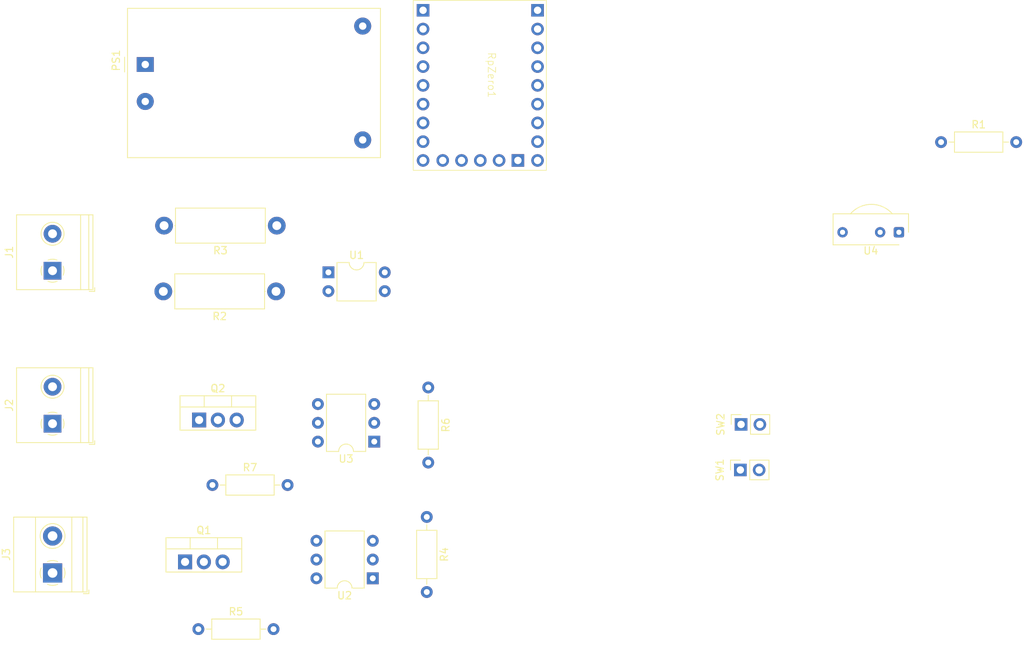
<source format=kicad_pcb>
(kicad_pcb (version 20221018) (generator pcbnew)
  (layers (0 "F.Cu" signal) (31 "B.Cu" signal) (34 "B.Paste" user) (35 "F.Paste" user) (36 "B.SilkS" user "B.Silkscreen") (37 "F.SilkS" user "F.Silkscreen") (38 "B.Mask" user) (39 "F.Mask" user) (44 "Edge.Cuts" user))
  (net 0 "")
  (net 1 "Net-(J1-Pin_1)")
  (net 2 "Net-(J1-Pin_2)")
  (net 3 "Net-(J2-Pin_1)")
  (net 4 "Net-(J3-Pin_1)")
  (net 5 "GND")
  (net 6 "Net-(PS1-+Vout)")
  (net 7 "Net-(Q1-G)")
  (net 8 "Net-(Q2-G)")
  (net 9 "/ADC0")
  (net 10 "+3.3V")
  (net 11 "Net-(R2-Pad1)")
  (net 12 "Net-(R3-Pad1)")
  (net 13 "Net-(RpZero1-0)")
  (net 14 "Net-(R4-Pad2)")
  (net 15 "Net-(R5-Pad2)")
  (net 16 "/Disco pin (binary)")
  (net 17 "Net-(R6-Pad2)")
  (net 18 "Net-(R7-Pad2)")
  (net 19 "Net-(RpZero1-3V3)")
  (net 29 "Net-(RpZero1-8)")
  (net 30 "Net-(RpZero1-7)")
  (net 40 "Net-(RpZero1-6)")
  (footprint "TerminalBlock_Philmore:TerminalBlock_Philmore_TB132_1x02_P5.00mm_Horizontal" (layer "F.Cu") (at 95.4 77.3 90)
    (fp_text reference "J1" (at 2.5 -5.86 90) (layer "F.SilkS"))
    (fp_text value "220V")
    (fp_line (start -2.8 4.96) (end -2.8 5.7) (stroke (width 0.12)) (layer "F.SilkS"))
    (fp_line (start -2.8 5.7) (end -2.3 5.7) (stroke (width 0.12)) (layer "F.SilkS"))
    (fp_line (start -2.56 -4.86) (end -2.56 5.46) (stroke (width 0.12)) (layer "F.SilkS"))
    (fp_line (start -2.56 -4.86) (end 7.56 -4.86) (stroke (width 0.12)) (layer "F.SilkS"))
    (fp_line (start -2.56 3.8) (end 7.56 3.8) (stroke (width 0.12)) (layer "F.SilkS"))
    (fp_line (start -2.56 4.9) (end 7.56 4.9) (stroke (width 0.12)) (layer "F.SilkS"))
    (fp_line (start -2.56 5.46) (end 7.56 5.46) (stroke (width 0.12)) (layer "F.SilkS"))
    (fp_line (start 7.56 -4.86) (end 7.56 5.46) (stroke (width 0.12)) (layer "F.SilkS"))
    (fp_arc (start -1.432109 0.607742) (mid -1.555727 -0.00014) (end -1.432 -0.608) (stroke (width 0.12)) (layer "F.SilkS"))
    (fp_arc (start -0.607742 -1.432109) (mid 0.00014 -1.555727) (end 0.608 -1.432) (stroke (width 0.12)) (layer "F.SilkS"))
    (fp_arc (start 0.027011 1.555493) (mid -0.296984 1.527118) (end -0.608 1.432) (stroke (width 0.12)) (layer "F.SilkS"))
    (fp_arc (start 0.607587 1.431385) (mid 0.310017 1.523783) (end 0 1.555) (stroke (width 0.12)) (layer "F.SilkS"))
    (fp_arc (start 1.432109 -0.607742) (mid 1.555727 0.00014) (end 1.432 0.608) (stroke (width 0.12)) (layer "F.SilkS"))
    (fp_circle (center 5 0) (end 6.555 0) (stroke (width 0.12)) (fill none) (layer "F.SilkS"))
    (pad "1" thru_hole rect (at 0 0 90) (size 2.4 2.4) (drill 1.2) (layers "*.Cu" "*.Mask") (net 1 "Net-(J1-Pin_1)"))
    (pad "2" thru_hole circle (at 5 0 90) (size 2.4 2.4) (drill 1.2) (layers "*.Cu" "*.Mask") (net 2 "Net-(J1-Pin_2)"))
  )
  (footprint "Package_DIP:DIP-6_W7.62mm" (layer "F.Cu") (at 138.7 118.925 180)
    (fp_text reference "U2" (at 3.81 -2.33) (layer "F.SilkS"))
    (fp_text value "MOC3021")
    (fp_line (start 1.16 -1.33) (end 1.16 6.41) (stroke (width 0.12)) (layer "F.SilkS"))
    (fp_line (start 1.16 6.41) (end 6.46 6.41) (stroke (width 0.12)) (layer "F.SilkS"))
    (fp_line (start 2.81 -1.33) (end 1.16 -1.33) (stroke (width 0.12)) (layer "F.SilkS"))
    (fp_line (start 6.46 -1.33) (end 4.81 -1.33) (stroke (width 0.12)) (layer "F.SilkS"))
    (fp_line (start 6.46 6.41) (end 6.46 -1.33) (stroke (width 0.12)) (layer "F.SilkS"))
    (fp_arc (start 4.81 -1.33) (mid 3.81 -0.33) (end 2.81 -1.33) (stroke (width 0.12)) (layer "F.SilkS"))
    (pad "1" thru_hole rect (at 0 0 180) (size 1.6 1.6) (drill 0.8) (layers "*.Cu" "*.Mask") (net 14 "Net-(R4-Pad2)"))
    (pad "2" thru_hole oval (at 0 2.54 180) (size 1.6 1.6) (drill 0.8) (layers "*.Cu" "*.Mask") (net 5 "GND"))
    (pad "3" thru_hole oval (at 0 5.08 180) (size 1.6 1.6) (drill 0.8) (layers "*.Cu" "*.Mask"))
    (pad "4" thru_hole oval (at 7.62 5.08 180) (size 1.6 1.6) (drill 0.8) (layers "*.Cu" "*.Mask") (net 7 "Net-(Q1-G)"))
    (pad "5" thru_hole oval (at 7.62 2.54 180) (size 1.6 1.6) (drill 0.8) (layers "*.Cu" "*.Mask"))
    (pad "6" thru_hole oval (at 7.62 0 180) (size 1.6 1.6) (drill 0.8) (layers "*.Cu" "*.Mask") (net 15 "Net-(R5-Pad2)"))
  )
  (footprint "Resistor_THT:R_Axial_DIN0414_L11.9mm_D4.5mm_P15.24mm_Horizontal" (layer "F.Cu") (at 125.72 71.2 180)
    (fp_text reference "R3" (at 7.62 -3.37) (layer "F.SilkS"))
    (fp_text value "51k")
    (fp_line (start 1.44 0) (end 1.55 0) (stroke (width 0.12)) (layer "F.SilkS"))
    (fp_line (start 1.55 -2.37) (end 1.55 2.37) (stroke (width 0.12)) (layer "F.SilkS"))
    (fp_line (start 1.55 2.37) (end 13.69 2.37) (stroke (width 0.12)) (layer "F.SilkS"))
    (fp_line (start 13.69 -2.37) (end 1.55 -2.37) (stroke (width 0.12)) (layer "F.SilkS"))
    (fp_line (start 13.69 2.37) (end 13.69 -2.37) (stroke (width 0.12)) (layer "F.SilkS"))
    (fp_line (start 13.8 0) (end 13.69 0) (stroke (width 0.12)) (layer "F.SilkS"))
    (pad "1" thru_hole circle (at 0 0 180) (size 2.4 2.4) (drill 1.2) (layers "*.Cu" "*.Mask") (net 12 "Net-(R3-Pad1)"))
    (pad "2" thru_hole oval (at 15.24 0 180) (size 2.4 2.4) (drill 1.2) (layers "*.Cu" "*.Mask") (net 2 "Net-(J1-Pin_2)"))
  )
  (footprint "Resistor_THT:R_Axial_DIN0207_L6.3mm_D2.5mm_P10.16mm_Horizontal" (layer "F.Cu") (at 117.02 106.3)
    (fp_text reference "R7" (at 5.08 -2.37) (layer "F.SilkS"))
    (fp_text value "1k")
    (fp_line (start 1.04 0) (end 1.81 0) (stroke (width 0.12)) (layer "F.SilkS"))
    (fp_line (start 1.81 -1.37) (end 1.81 1.37) (stroke (width 0.12)) (layer "F.SilkS"))
    (fp_line (start 1.81 1.37) (end 8.35 1.37) (stroke (width 0.12)) (layer "F.SilkS"))
    (fp_line (start 8.35 -1.37) (end 1.81 -1.37) (stroke (width 0.12)) (layer "F.SilkS"))
    (fp_line (start 8.35 1.37) (end 8.35 -1.37) (stroke (width 0.12)) (layer "F.SilkS"))
    (fp_line (start 9.12 0) (end 8.35 0) (stroke (width 0.12)) (layer "F.SilkS"))
    (pad "1" thru_hole circle (at 0 0) (size 1.6 1.6) (drill 0.8) (layers "*.Cu" "*.Mask") (net 2 "Net-(J1-Pin_2)"))
    (pad "2" thru_hole oval (at 10.16 0) (size 1.6 1.6) (drill 0.8) (layers "*.Cu" "*.Mask") (net 18 "Net-(R7-Pad2)"))
  )
  (footprint "Resistor_THT:R_Axial_DIN0207_L6.3mm_D2.5mm_P10.16mm_Horizontal" (layer "F.Cu") (at 115.12 125.8)
    (fp_text reference "R5" (at 5.08 -2.37) (layer "F.SilkS"))
    (fp_text value "1k")
    (fp_line (start 1.04 0) (end 1.81 0) (stroke (width 0.12)) (layer "F.SilkS"))
    (fp_line (start 1.81 -1.37) (end 1.81 1.37) (stroke (width 0.12)) (layer "F.SilkS"))
    (fp_line (start 1.81 1.37) (end 8.35 1.37) (stroke (width 0.12)) (layer "F.SilkS"))
    (fp_line (start 8.35 -1.37) (end 1.81 -1.37) (stroke (width 0.12)) (layer "F.SilkS"))
    (fp_line (start 8.35 1.37) (end 8.35 -1.37) (stroke (width 0.12)) (layer "F.SilkS"))
    (fp_line (start 9.12 0) (end 8.35 0) (stroke (width 0.12)) (layer "F.SilkS"))
    (pad "1" thru_hole circle (at 0 0) (size 1.6 1.6) (drill 0.8) (layers "*.Cu" "*.Mask") (net 2 "Net-(J1-Pin_2)"))
    (pad "2" thru_hole oval (at 10.16 0) (size 1.6 1.6) (drill 0.8) (layers "*.Cu" "*.Mask") (net 15 "Net-(R5-Pad2)"))
  )
  (footprint "kicad_library:RP-2040-FP" (layer "F.Cu") (at 152.87 52.32 -90)
    (fp_text reference "RpZero1" (at -1.5 -1.9 -90 unlocked) (layer "F.SilkS") (effects (font (thickness 0.1))))
    (fp_text value "~")
    (fp_rect (start 11.4 8.7) (end -11.6 -9.3) (stroke (width 0.1)) (fill none) (layer "F.SilkS"))
    (pad "1" thru_hole rect (at -10.26 7.37) (size 1.7 1.7) (drill 1) (layers "*.Cu" "*.Mask") (net 6 "Net-(PS1-+Vout)"))
    (pad "2" thru_hole oval (at -7.72 7.37) (size 1.7 1.7) (drill 1) (layers "*.Cu" "*.Mask") (net 5 "GND"))
    (pad "3" thru_hole oval (at -5.18 7.37) (size 1.7 1.7) (drill 1) (layers "*.Cu" "*.Mask") (net 19 "Net-(RpZero1-3V3)"))
    (pad "4" thru_hole oval (at -2.64 7.37) (size 1.7 1.7) (drill 1) (layers "*.Cu" "*.Mask"))
    (pad "5" thru_hole oval (at -0.1 7.37) (size 1.7 1.7) (drill 1) (layers "*.Cu" "*.Mask"))
    (pad "6" thru_hole oval (at 2.44 7.37) (size 1.7 1.7) (drill 1) (layers "*.Cu" "*.Mask"))
    (pad "7" thru_hole oval (at 4.98 7.37) (size 1.7 1.7) (drill 1) (layers "*.Cu" "*.Mask") (net 9 "/ADC0"))
    (pad "8" thru_hole oval (at 7.52 7.37) (size 1.7 1.7) (drill 1) (layers "*.Cu" "*.Mask"))
    (pad "9" thru_hole oval (at 10.06 7.37) (size 1.7 1.7) (drill 1) (layers "*.Cu" "*.Mask"))
    (pad "10" thru_hole oval (at 10.06 4.71 270) (size 1.7 1.7) (drill 1) (layers "*.Cu" "*.Mask"))
    (pad "11" thru_hole oval (at 10.06 2.17 270) (size 1.7 1.7) (drill 1) (layers "*.Cu" "*.Mask"))
    (pad "12" thru_hole oval (at 10.06 -0.37 270) (size 1.7 1.7) (drill 1) (layers "*.Cu" "*.Mask"))
    (pad "13" thru_hole oval (at 10.06 -2.91 270) (size 1.7 1.7) (drill 1) (layers "*.Cu" "*.Mask"))
    (pad "14" thru_hole rect (at 10.06 -5.45 270) (size 1.7 1.7) (drill 1) (layers "*.Cu" "*.Mask"))
    (pad "15" thru_hole oval (at 10.06 -8.11) (size 1.7 1.7) (drill 1) (layers "*.Cu" "*.Mask") (net 29 "Net-(RpZero1-8)"))
    (pad "16" thru_hole oval (at 7.52 -8.11) (size 1.7 1.7) (drill 1) (layers "*.Cu" "*.Mask") (net 30 "Net-(RpZero1-7)"))
    (pad "17" thru_hole oval (at 4.98 -8.11) (size 1.7 1.7) (drill 1) (layers "*.Cu" "*.Mask") (net 40 "Net-(RpZero1-6)"))
    (pad "18" thru_hole oval (at 2.44 -8.11) (size 1.7 1.7) (drill 1) (layers "*.Cu" "*.Mask"))
    (pad "19" thru_hole oval (at -0.1 -8.11) (size 1.7 1.7) (drill 1) (layers "*.Cu" "*.Mask"))
    (pad "20" thru_hole oval (at -2.64 -8.11) (size 1.7 1.7) (drill 1) (layers "*.Cu" "*.Mask"))
    (pad "21" thru_hole oval (at -5.18 -8.11) (size 1.7 1.7) (drill 1) (layers "*.Cu" "*.Mask"))
    (pad "22" thru_hole oval (at -7.72 -8.11) (size 1.7 1.7) (drill 1) (layers "*.Cu" "*.Mask") (net 16 "/Disco pin (binary)"))
    (pad "23" thru_hole rect (at -10.26 -8.11) (size 1.7 1.7) (drill 1) (layers "*.Cu" "*.Mask") (net 13 "Net-(RpZero1-0)"))
  )
  (footprint "Connector_PinSocket_2.54mm:PinSocket_1x02_P2.54mm_Vertical" (layer "F.Cu") (at 188.5 98.1 90)
    (fp_text reference "SW2" (at 0 -2.77 90) (layer "F.SilkS"))
    (fp_text value "Edison")
    (fp_line (start -1.33 1.27) (end -1.33 3.87) (stroke (width 0.12)) (layer "F.SilkS"))
    (fp_line (start -1.33 1.27) (end 1.33 1.27) (stroke (width 0.12)) (layer "F.SilkS"))
    (fp_line (start -1.33 3.87) (end 1.33 3.87) (stroke (width 0.12)) (layer "F.SilkS"))
    (fp_line (start 0 -1.33) (end 1.33 -1.33) (stroke (width 0.12)) (layer "F.SilkS"))
    (fp_line (start 1.33 -1.33) (end 1.33 0) (stroke (width 0.12)) (layer "F.SilkS"))
    (fp_line (start 1.33 1.27) (end 1.33 3.87) (stroke (width 0.12)) (layer "F.SilkS"))
    (pad "1" thru_hole rect (at 0 0 90) (size 1.7 1.7) (drill 1) (layers "*.Cu" "*.Mask") (net 29 "Net-(RpZero1-8)"))
    (pad "2" thru_hole oval (at 0 2.54 90) (size 1.7 1.7) (drill 1) (layers "*.Cu" "*.Mask") (net 5 "GND"))
  )
  (footprint "Package_TO_SOT_THT:TO-220-3_Vertical" (layer "F.Cu") (at 113.32 116.7)
    (fp_text reference "Q1" (at 2.54 -4.27) (layer "F.SilkS"))
    (fp_text value "BTA16")
    (fp_line (start -2.58 -3.27) (end -2.58 1.371) (stroke (width 0.12)) (layer "F.SilkS"))
    (fp_line (start -2.58 -3.27) (end 7.66 -3.27) (stroke (width 0.12)) (layer "F.SilkS"))
    (fp_line (start -2.58 -1.76) (end 7.66 -1.76) (stroke (width 0.12)) (layer "F.SilkS"))
    (fp_line (start -2.58 1.371) (end 7.66 1.371) (stroke (width 0.12)) (layer "F.SilkS"))
    (fp_line (start 0.69 -3.27) (end 0.69 -1.76) (stroke (width 0.12)) (layer "F.SilkS"))
    (fp_line (start 4.391 -3.27) (end 4.391 -1.76) (stroke (width 0.12)) (layer "F.SilkS"))
    (fp_line (start 7.66 -3.27) (end 7.66 1.371) (stroke (width 0.12)) (layer "F.SilkS"))
    (pad "1" thru_hole rect (at 0 0) (size 1.905 2) (drill 1.1) (layers "*.Cu" "*.Mask") (net 4 "Net-(J3-Pin_1)"))
    (pad "2" thru_hole oval (at 2.54 0) (size 1.905 2) (drill 1.1) (layers "*.Cu" "*.Mask") (net 2 "Net-(J1-Pin_2)"))
    (pad "3" thru_hole oval (at 5.08 0) (size 1.905 2) (drill 1.1) (layers "*.Cu" "*.Mask") (net 7 "Net-(Q1-G)"))
  )
  (footprint "Resistor_THT:R_Axial_DIN0207_L6.3mm_D2.5mm_P10.16mm_Horizontal" (layer "F.Cu") (at 146.2 93.1 -90)
    (fp_text reference "R6" (at 5.08 -2.37 90) (layer "F.SilkS"))
    (fp_text value "220")
    (fp_line (start 1.04 0) (end 1.81 0) (stroke (width 0.12)) (layer "F.SilkS"))
    (fp_line (start 1.81 -1.37) (end 1.81 1.37) (stroke (width 0.12)) (layer "F.SilkS"))
    (fp_line (start 1.81 1.37) (end 8.35 1.37) (stroke (width 0.12)) (layer "F.SilkS"))
    (fp_line (start 8.35 -1.37) (end 1.81 -1.37) (stroke (width 0.12)) (layer "F.SilkS"))
    (fp_line (start 8.35 1.37) (end 8.35 -1.37) (stroke (width 0.12)) (layer "F.SilkS"))
    (fp_line (start 9.12 0) (end 8.35 0) (stroke (width 0.12)) (layer "F.SilkS"))
    (pad "1" thru_hole circle (at 0 0 270) (size 1.6 1.6) (drill 0.8) (layers "*.Cu" "*.Mask") (net 16 "/Disco pin (binary)"))
    (pad "2" thru_hole oval (at 10.16 0 270) (size 1.6 1.6) (drill 0.8) (layers "*.Cu" "*.Mask") (net 17 "Net-(R6-Pad2)"))
  )
  (footprint "Package_DIP:DIP-4_W7.62mm" (layer "F.Cu") (at 132.7 77.525)
    (fp_text reference "U1" (at 3.81 -2.33) (layer "F.SilkS"))
    (fp_text value "EL814")
    (fp_line (start 1.16 -1.33) (end 1.16 3.87) (stroke (width 0.12)) (layer "F.SilkS"))
    (fp_line (start 1.16 3.87) (end 6.46 3.87) (stroke (width 0.12)) (layer "F.SilkS"))
    (fp_line (start 2.81 -1.33) (end 1.16 -1.33) (stroke (width 0.12)) (layer "F.SilkS"))
    (fp_line (start 6.46 -1.33) (end 4.81 -1.33) (stroke (width 0.12)) (layer "F.SilkS"))
    (fp_line (start 6.46 3.87) (end 6.46 -1.33) (stroke (width 0.12)) (layer "F.SilkS"))
    (fp_arc (start 4.81 -1.33) (mid 3.81 -0.33) (end 2.81 -1.33) (stroke (width 0.12)) (layer "F.SilkS"))
    (pad "1" thru_hole rect (at 0 0) (size 1.6 1.6) (drill 0.8) (layers "*.Cu" "*.Mask") (net 12 "Net-(R3-Pad1)"))
    (pad "2" thru_hole oval (at 0 2.54) (size 1.6 1.6) (drill 0.8) (layers "*.Cu" "*.Mask") (net 11 "Net-(R2-Pad1)"))
    (pad "3" thru_hole oval (at 7.62 2.54) (size 1.6 1.6) (drill 0.8) (layers "*.Cu" "*.Mask") (net 5 "GND"))
    (pad "4" thru_hole oval (at 7.62 0) (size 1.6 1.6) (drill 0.8) (layers "*.Cu" "*.Mask") (net 9 "/ADC0"))
  )
  (footprint "TerminalBlock_Phoenix:TerminalBlock_Phoenix_MKDS-1,5-2_1x02_P5.00mm_Horizontal" (layer "F.Cu") (at 95.405 118.2 90)
    (fp_text reference "J3" (at 2.5 -6.26 90) (layer "F.SilkS"))
    (fp_text value "Edison lamp")
    (fp_line (start -2.8 4.16) (end -2.8 4.9) (stroke (width 0.12)) (layer "F.SilkS"))
    (fp_line (start -2.8 4.9) (end -2.3 4.9) (stroke (width 0.12)) (layer "F.SilkS"))
    (fp_line (start -2.56 -5.261) (end -2.56 4.66) (stroke (width 0.12)) (layer "F.SilkS"))
    (fp_line (start -2.56 -5.261) (end 7.56 -5.261) (stroke (width 0.12)) (layer "F.SilkS"))
    (fp_line (start -2.56 -2.301) (end 7.56 -2.301) (stroke (width 0.12)) (layer "F.SilkS"))
    (fp_line (start -2.56 2.6) (end 7.56 2.6) (stroke (width 0.12)) (layer "F.SilkS"))
    (fp_line (start -2.56 4.1) (end 7.56 4.1) (stroke (width 0.12)) (layer "F.SilkS"))
    (fp_line (start -2.56 4.66) (end 7.56 4.66) (stroke (width 0.12)) (layer "F.SilkS"))
    (fp_line (start 3.773 1.023) (end 3.726 1.069) (stroke (width 0.12)) (layer "F.SilkS"))
    (fp_line (start 3.966 1.239) (end 3.931 1.274) (stroke (width 0.12)) (layer "F.SilkS"))
    (fp_line (start 6.07 -1.275) (end 6.035 -1.239) (stroke (width 0.12)) (layer "F.SilkS"))
    (fp_line (start 6.275 -1.069) (end 6.228 -1.023) (stroke (width 0.12)) (layer "F.SilkS"))
    (fp_line (start 7.56 -5.261) (end 7.56 4.66) (stroke (width 0.12)) (layer "F.SilkS"))
    (fp_arc (start -1.535427 0.683042) (mid -1.680501 -0.000524) (end -1.535 -0.684) (stroke (width 0.12)) (layer "F.SilkS"))
    (fp_arc (start -0.683042 -1.535427) (mid 0.000524 -1.680501) (end 0.684 -1.535) (stroke (width 0.12)) (layer "F.SilkS"))
    (fp_arc (start 0.028805 1.680253) (mid -0.335551 1.646659) (end -0.684 1.535) (stroke (width 0.12)) (layer "F.SilkS"))
    (fp_arc (start 0.683318 1.534756) (mid 0.349292 1.643288) (end 0 1.68) (stroke (width 0.12)) (layer "F.SilkS"))
    (fp_arc (start 1.535427 -0.683042) (mid 1.680501 0.000524) (end 1.535 0.684) (stroke (width 0.12)) (layer "F.SilkS"))
    (fp_circle (center 5 0) (end 6.68 0) (stroke (width 0.12)) (fill none) (layer "F.SilkS"))
    (pad "1" thru_hole rect (at 0 0 90) (size 2.6 2.6) (drill 1.3) (layers "*.Cu" "*.Mask") (net 4 "Net-(J3-Pin_1)"))
    (pad "2" thru_hole circle (at 5 0 90) (size 2.6 2.6) (drill 1.3) (layers "*.Cu" "*.Mask") (net 1 "Net-(J1-Pin_1)"))
  )
  (footprint "Resistor_THT:R_Axial_DIN0414_L11.9mm_D4.5mm_P15.24mm_Horizontal" (layer "F.Cu") (at 125.62 80.1 180)
    (fp_text reference "R2" (at 7.62 -3.37) (layer "F.SilkS"))
    (fp_text value "51k")
    (fp_line (start 1.44 0) (end 1.55 0) (stroke (width 0.12)) (layer "F.SilkS"))
    (fp_line (start 1.55 -2.37) (end 1.55 2.37) (stroke (width 0.12)) (layer "F.SilkS"))
    (fp_line (start 1.55 2.37) (end 13.69 2.37) (stroke (width 0.12)) (layer "F.SilkS"))
    (fp_line (start 13.69 -2.37) (end 1.55 -2.37) (stroke (width 0.12)) (layer "F.SilkS"))
    (fp_line (start 13.69 2.37) (end 13.69 -2.37) (stroke (width 0.12)) (layer "F.SilkS"))
    (fp_line (start 13.8 0) (end 13.69 0) (stroke (width 0.12)) (layer "F.SilkS"))
    (pad "1" thru_hole circle (at 0 0 180) (size 2.4 2.4) (drill 1.2) (layers "*.Cu" "*.Mask") (net 11 "Net-(R2-Pad1)"))
    (pad "2" thru_hole oval (at 15.24 0 180) (size 2.4 2.4) (drill 1.2) (layers "*.Cu" "*.Mask") (net 1 "Net-(J1-Pin_1)"))
  )
  (footprint "Package_TO_SOT_THT:TO-220-3_Vertical" (layer "F.Cu") (at 115.22 97.5)
    (fp_text reference "Q2" (at 2.54 -4.27) (layer "F.SilkS"))
    (fp_text value "BTA16")
    (fp_line (start -2.58 -3.27) (end -2.58 1.371) (stroke (width 0.12)) (layer "F.SilkS"))
    (fp_line (start -2.58 -3.27) (end 7.66 -3.27) (stroke (width 0.12)) (layer "F.SilkS"))
    (fp_line (start -2.58 -1.76) (end 7.66 -1.76) (stroke (width 0.12)) (layer "F.SilkS"))
    (fp_line (start -2.58 1.371) (end 7.66 1.371) (stroke (width 0.12)) (layer "F.SilkS"))
    (fp_line (start 0.69 -3.27) (end 0.69 -1.76) (stroke (width 0.12)) (layer "F.SilkS"))
    (fp_line (start 4.391 -3.27) (end 4.391 -1.76) (stroke (width 0.12)) (layer "F.SilkS"))
    (fp_line (start 7.66 -3.27) (end 7.66 1.371) (stroke (width 0.12)) (layer "F.SilkS"))
    (pad "1" thru_hole rect (at 0 0) (size 1.905 2) (drill 1.1) (layers "*.Cu" "*.Mask") (net 3 "Net-(J2-Pin_1)"))
    (pad "2" thru_hole oval (at 2.54 0) (size 1.905 2) (drill 1.1) (layers "*.Cu" "*.Mask") (net 2 "Net-(J1-Pin_2)"))
    (pad "3" thru_hole oval (at 5.08 0) (size 1.905 2) (drill 1.1) (layers "*.Cu" "*.Mask") (net 8 "Net-(Q2-G)"))
  )
  (footprint "Resistor_THT:R_Axial_DIN0207_L6.3mm_D2.5mm_P10.16mm_Horizontal" (layer "F.Cu") (at 215.54 59.9)
    (fp_text reference "R1" (at 5.08 -2.37) (layer "F.SilkS"))
    (fp_text value "10k")
    (fp_line (start 1.04 0) (end 1.81 0) (stroke (width 0.12)) (layer "F.SilkS"))
    (fp_line (start 1.81 -1.37) (end 1.81 1.37) (stroke (width 0.12)) (layer "F.SilkS"))
    (fp_line (start 1.81 1.37) (end 8.35 1.37) (stroke (width 0.12)) (layer "F.SilkS"))
    (fp_line (start 8.35 -1.37) (end 1.81 -1.37) (stroke (width 0.12)) (layer "F.SilkS"))
    (fp_line (start 8.35 1.37) (end 8.35 -1.37) (stroke (width 0.12)) (layer "F.SilkS"))
    (fp_line (start 9.12 0) (end 8.35 0) (stroke (width 0.12)) (layer "F.SilkS"))
    (pad "1" thru_hole circle (at 0 0) (size 1.6 1.6) (drill 0.8) (layers "*.Cu" "*.Mask") (net 9 "/ADC0"))
    (pad "2" thru_hole oval (at 10.16 0) (size 1.6 1.6) (drill 0.8) (layers "*.Cu" "*.Mask") (net 10 "+3.3V"))
  )
  (footprint "OptoDevice:Vishay_CAST-3Pin" (layer "F.Cu") (at 209.84 72.1 180)
    (fp_text reference "U4" (at 3.8 -2.5) (layer "F.SilkS"))
    (fp_text value "TSOP31238")
    (fp_line (start -1.3 0) (end -1.3 2.5) (stroke (width 0.12)) (layer "F.SilkS"))
    (fp_line (start -1.3 2.5) (end 0.9 2.5) (stroke (width 0.12)) (layer "F.SilkS"))
    (fp_line (start 0.9 2.5) (end 6.6 2.5) (stroke (width 0.12)) (layer "F.SilkS"))
    (fp_line (start 6.5 2.5) (end 8.9 2.5) (stroke (width 0.12)) (layer "F.SilkS"))
    (fp_line (start 8.9 -1.7) (end 0 -1.7) (stroke (width 0.12)) (layer "F.SilkS"))
    (fp_line (start 8.9 2.5) (end 8.9 -1.7) (stroke (width 0.12)) (layer "F.SilkS"))
    (fp_arc (start 6.55 2.5) (mid 3.722825 3.776095) (end 0.893744 2.504232) (stroke (width 0.12)) (layer "F.SilkS"))
    (pad "1" thru_hole roundrect (at 0 0 180) (size 1.4 1.4) (drill 0.7) (layers "*.Cu" "*.Mask") (roundrect_rratio 0.178) (net 5 "GND"))
    (pad "2" thru_hole circle (at 2.54 0 180) (size 1.4 1.4) (drill 0.7) (layers "*.Cu" "*.Mask") (net 10 "+3.3V"))
    (pad "3" thru_hole circle (at 7.62 0 180) (size 1.4 1.4) (drill 0.7) (layers "*.Cu" "*.Mask") (net 40 "Net-(RpZero1-6)"))
  )
  (footprint "Converter_ACDC:Converter_ACDC_HiLink_HLK-PMxx" (layer "F.Cu") (at 107.9375 49.4)
    (fp_text reference "PS1" (at -3.94 -0.55 90) (layer "F.SilkS"))
    (fp_text value "HLK-PM01")
    (fp_line (start -2.79 -1) (end -2.79 1.01) (stroke (width 0.12)) (layer "F.SilkS"))
    (fp_line (start -2.4 -7.6) (end -2.4 12.6) (stroke (width 0.12)) (layer "F.SilkS"))
    (fp_line (start -2.4 12.6) (end 31.8 12.6) (stroke (width 0.12)) (layer "F.SilkS"))
    (fp_line (start 31.8 -7.6) (end -2.4 -7.6) (stroke (width 0.12)) (layer "F.SilkS"))
    (fp_line (start 31.8 12.6) (end 31.8 -7.6) (stroke (width 0.12)) (layer "F.SilkS"))
    (pad "1" thru_hole rect (at 0 0) (size 2.3 2) (drill 1) (layers "*.Cu" "*.Mask") (net 2 "Net-(J1-Pin_2)"))
    (pad "2" thru_hole circle (at 0 5) (size 2.3 2.3) (drill 1) (layers "*.Cu" "*.Mask") (net 1 "Net-(J1-Pin_1)"))
    (pad "3" thru_hole circle (at 29.4 -5.2) (size 2.3 2.3) (drill 1) (layers "*.Cu" "*.Mask") (net 5 "GND"))
    (pad "4" thru_hole circle (at 29.4 10.2) (size 2.3 2.3) (drill 1) (layers "*.Cu" "*.Mask") (net 6 "Net-(PS1-+Vout)"))
  )
  (footprint "Connector_PinSocket_2.54mm:PinSocket_1x02_P2.54mm_Vertical" (layer "F.Cu") (at 188.4 104.26 90)
    (fp_text reference "SW1" (at 0 -2.77 90) (layer "F.SilkS"))
    (fp_text value "Disco")
    (fp_line (start -1.33 1.27) (end -1.33 3.87) (stroke (width 0.12)) (layer "F.SilkS"))
    (fp_line (start -1.33 1.27) (end 1.33 1.27) (stroke (width 0.12)) (layer "F.SilkS"))
    (fp_line (start -1.33 3.87) (end 1.33 3.87) (stroke (width 0.12)) (layer "F.SilkS"))
    (fp_line (start 0 -1.33) (end 1.33 -1.33) (stroke (width 0.12)) (layer "F.SilkS"))
    (fp_line (start 1.33 -1.33) (end 1.33 0) (stroke (width 0.12)) (layer "F.SilkS"))
    (fp_line (start 1.33 1.27) (end 1.33 3.87) (stroke (width 0.12)) (layer "F.SilkS"))
    (pad "1" thru_hole rect (at 0 0 90) (size 1.7 1.7) (drill 1) (layers "*.Cu" "*.Mask") (net 30 "Net-(RpZero1-7)"))
    (pad "2" thru_hole oval (at 0 2.54 90) (size 1.7 1.7) (drill 1) (layers "*.Cu" "*.Mask") (net 5 "GND"))
  )
  (footprint "Package_DIP:DIP-6_W7.62mm" (layer "F.Cu") (at 138.9 100.425 180)
    (fp_text reference "U3" (at 3.81 -2.33) (layer "F.SilkS"))
    (fp_text value "MOC3021")
    (fp_line (start 1.16 -1.33) (end 1.16 6.41) (stroke (width 0.12)) (layer "F.SilkS"))
    (fp_line (start 1.16 6.41) (end 6.46 6.41) (stroke (width 0.12)) (layer "F.SilkS"))
    (fp_line (start 2.81 -1.33) (end 1.16 -1.33) (stroke (width 0.12)) (layer "F.SilkS"))
    (fp_line (start 6.46 -1.33) (end 4.81 -1.33) (stroke (width 0.12)) (layer "F.SilkS"))
    (fp_line (start 6.46 6.41) (end 6.46 -1.33) (stroke (width 0.12)) (layer "F.SilkS"))
    (fp_arc (start 4.81 -1.33) (mid 3.81 -0.33) (end 2.81 -1.33) (stroke (width 0.12)) (layer "F.SilkS"))
    (pad "1" thru_hole rect (at 0 0 180) (size 1.6 1.6) (drill 0.8) (layers "*.Cu" "*.Mask") (net 17 "Net-(R6-Pad2)"))
    (pad "2" thru_hole oval (at 0 2.54 180) (size 1.6 1.6) (drill 0.8) (layers "*.Cu" "*.Mask") (net 5 "GND"))
    (pad "3" thru_hole oval (at 0 5.08 180) (size 1.6 1.6) (drill 0.8) (layers "*.Cu" "*.Mask"))
    (pad "4" thru_hole oval (at 7.62 5.08 180) (size 1.6 1.6) (drill 0.8) (layers "*.Cu" "*.Mask") (net 8 "Net-(Q2-G)"))
    (pad "5" thru_hole oval (at 7.62 2.54 180) (size 1.6 1.6) (drill 0.8) (layers "*.Cu" "*.Mask"))
    (pad "6" thru_hole oval (at 7.62 0 180) (size 1.6 1.6) (drill 0.8) (layers "*.Cu" "*.Mask") (net 18 "Net-(R7-Pad2)"))
  )
  (footprint "TerminalBlock_Philmore:TerminalBlock_Philmore_TB132_1x02_P5.00mm_Horizontal" (layer "F.Cu") (at 95.4 98 90)
    (fp_text reference "J2" (at 2.5 -5.86 90) (layer "F.SilkS"))
    (fp_text value "Disco lamp")
    (fp_line (start -2.8 4.96) (end -2.8 5.7) (stroke (width 0.12)) (layer "F.SilkS"))
    (fp_line (start -2.8 5.7) (end -2.3 5.7) (stroke (width 0.12)) (layer "F.SilkS"))
    (fp_line (start -2.56 -4.86) (end -2.56 5.46) (stroke (width 0.12)) (layer "F.SilkS"))
    (fp_line (start -2.56 -4.86) (end 7.56 -4.86) (stroke (width 0.12)) (layer "F.SilkS"))
    (fp_line (start -2.56 3.8) (end 7.56 3.8) (stroke (width 0.12)) (layer "F.SilkS"))
    (fp_line (start -2.56 4.9) (end 7.56 4.9) (stroke (width 0.12)) (layer "F.SilkS"))
    (fp_line (start -2.56 5.46) (end 7.56 5.46) (stroke (width 0.12)) (layer "F.SilkS"))
    (fp_line (start 7.56 -4.86) (end 7.56 5.46) (stroke (width 0.12)) (layer "F.SilkS"))
    (fp_arc (start -1.432109 0.607742) (mid -1.555727 -0.00014) (end -1.432 -0.608) (stroke (width 0.12)) (layer "F.SilkS"))
    (fp_arc (start -0.607742 -1.432109) (mid 0.00014 -1.555727) (end 0.608 -1.432) (stroke (width 0.12)) (layer "F.SilkS"))
    (fp_arc (start 0.027011 1.555493) (mid -0.296984 1.527118) (end -0.608 1.432) (stroke (width 0.12)) (layer "F.SilkS"))
    (fp_arc (start 0.607587 1.431385) (mid 0.310017 1.523783) (end 0 1.555) (stroke (width 0.12)) (layer "F.SilkS"))
    (fp_arc (start 1.432109 -0.607742) (mid 1.555727 0.00014) (end 1.432 0.608) (stroke (width 0.12)) (layer "F.SilkS"))
    (fp_circle (center 5 0) (end 6.555 0) (stroke (width 0.12)) (fill none) (layer "F.SilkS"))
    (pad "1" thru_hole rect (at 0 0 90) (size 2.4 2.4) (drill 1.2) (layers "*.Cu" "*.Mask") (net 3 "Net-(J2-Pin_1)"))
    (pad "2" thru_hole circle (at 5 0 90) (size 2.4 2.4) (drill 1.2) (layers "*.Cu" "*.Mask") (net 1 "Net-(J1-Pin_1)"))
  )
  (footprint "Resistor_THT:R_Axial_DIN0207_L6.3mm_D2.5mm_P10.16mm_Horizontal" (layer "F.Cu") (at 146 110.62 -90)
    (fp_text reference "R4" (at 5.08 -2.37 90) (layer "F.SilkS"))
    (fp_text value "220")
    (fp_line (start 1.04 0) (end 1.81 0) (stroke (width 0.12)) (layer "F.SilkS"))
    (fp_line (start 1.81 -1.37) (end 1.81 1.37) (stroke (width 0.12)) (layer "F.SilkS"))
    (fp_line (start 1.81 1.37) (end 8.35 1.37) (stroke (width 0.12)) (layer "F.SilkS"))
    (fp_line (start 8.35 -1.37) (end 1.81 -1.37) (stroke (width 0.12)) (layer "F.SilkS"))
    (fp_line (start 8.35 1.37) (end 8.35 -1.37) (stroke (width 0.12)) (layer "F.SilkS"))
    (fp_line (start 9.12 0) (end 8.35 0) (stroke (width 0.12)) (layer "F.SilkS"))
    (pad "1" thru_hole circle (at 0 0 270) (size 1.6 1.6) (drill 0.8) (layers "*.Cu" "*.Mask") (net 13 "Net-(RpZero1-0)"))
    (pad "2" thru_hole oval (at 10.16 0 270) (size 1.6 1.6) (drill 0.8) (layers "*.Cu" "*.Mask") (net 14 "Net-(R4-Pad2)"))
  )
)
</source>
